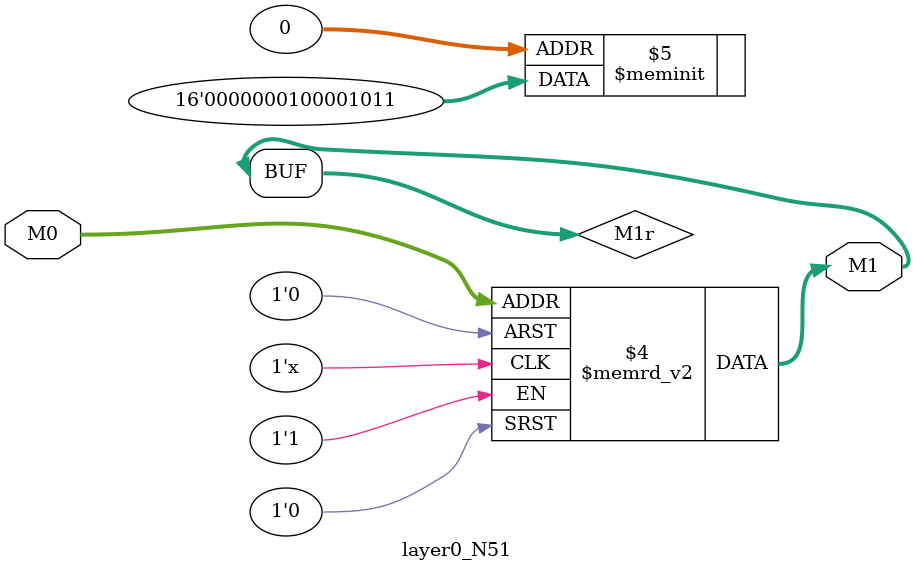
<source format=v>
module layer0_N51 ( input [2:0] M0, output [1:0] M1 );

	(*rom_style = "distributed" *) reg [1:0] M1r;
	assign M1 = M1r;
	always @ (M0) begin
		case (M0)
			3'b000: M1r = 2'b11;
			3'b100: M1r = 2'b01;
			3'b010: M1r = 2'b00;
			3'b110: M1r = 2'b00;
			3'b001: M1r = 2'b10;
			3'b101: M1r = 2'b00;
			3'b011: M1r = 2'b00;
			3'b111: M1r = 2'b00;

		endcase
	end
endmodule

</source>
